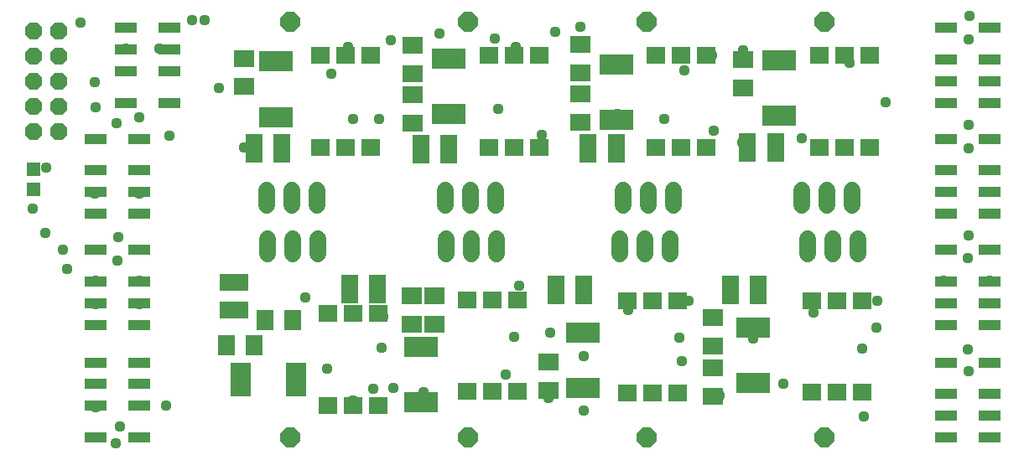
<source format=gts>
G75*
%MOIN*%
%OFA0B0*%
%FSLAX25Y25*%
%IPPOS*%
%LPD*%
%AMOC8*
5,1,8,0,0,1.08239X$1,22.5*
%
%ADD10R,0.07808X0.06784*%
%ADD11C,0.06737*%
%ADD12R,0.07099X0.11430*%
%ADD13R,0.13398X0.07887*%
%ADD14R,0.11430X0.07099*%
%ADD15R,0.07898X0.07099*%
%ADD16R,0.07887X0.13398*%
%ADD17R,0.07099X0.07898*%
%ADD18OC8,0.07709*%
%ADD19OC8,0.06800*%
%ADD20R,0.05524X0.05524*%
%ADD21R,0.08674X0.03950*%
%ADD22C,0.04369*%
D10*
X0125047Y0029523D03*
X0135047Y0029523D03*
X0145047Y0029523D03*
X0180441Y0035035D03*
X0190441Y0035035D03*
X0200441Y0035035D03*
X0244102Y0034641D03*
X0254102Y0034641D03*
X0264102Y0034641D03*
X0317409Y0034760D03*
X0327409Y0034760D03*
X0337409Y0034760D03*
X0337409Y0071334D03*
X0327409Y0071334D03*
X0317409Y0071334D03*
X0264102Y0071216D03*
X0254102Y0071216D03*
X0244102Y0071216D03*
X0200441Y0071610D03*
X0190441Y0071610D03*
X0180441Y0071610D03*
X0145047Y0066098D03*
X0135047Y0066098D03*
X0125047Y0066098D03*
X0122016Y0132240D03*
X0132016Y0132240D03*
X0142016Y0132240D03*
X0189063Y0132240D03*
X0199063Y0132240D03*
X0209063Y0132240D03*
X0255323Y0132240D03*
X0265323Y0132240D03*
X0275323Y0132240D03*
X0320402Y0132240D03*
X0330402Y0132240D03*
X0340402Y0132240D03*
X0340402Y0168815D03*
X0330402Y0168815D03*
X0320402Y0168815D03*
X0275323Y0168815D03*
X0265323Y0168815D03*
X0255323Y0168815D03*
X0209063Y0168815D03*
X0199063Y0168815D03*
X0189063Y0168815D03*
X0142016Y0168815D03*
X0132016Y0168815D03*
X0122016Y0168815D03*
D11*
X0120756Y0115189D02*
X0120756Y0109252D01*
X0110756Y0109252D02*
X0110756Y0115189D01*
X0100756Y0115189D02*
X0100756Y0109252D01*
X0101150Y0095897D02*
X0101150Y0089960D01*
X0111150Y0089960D02*
X0111150Y0095897D01*
X0121150Y0095897D02*
X0121150Y0089960D01*
X0172016Y0089960D02*
X0172016Y0095897D01*
X0182016Y0095897D02*
X0182016Y0089960D01*
X0192016Y0089960D02*
X0192016Y0095897D01*
X0191622Y0109252D02*
X0191622Y0115189D01*
X0181622Y0115189D02*
X0181622Y0109252D01*
X0171622Y0109252D02*
X0171622Y0115189D01*
X0240913Y0095897D02*
X0240913Y0089960D01*
X0250913Y0089960D02*
X0250913Y0095897D01*
X0260913Y0095897D02*
X0260913Y0089960D01*
X0262488Y0109252D02*
X0262488Y0115189D01*
X0252488Y0115189D02*
X0252488Y0109252D01*
X0242488Y0109252D02*
X0242488Y0115189D01*
X0313354Y0115189D02*
X0313354Y0109252D01*
X0323354Y0109252D02*
X0323354Y0115189D01*
X0333354Y0115189D02*
X0333354Y0109252D01*
X0335717Y0095897D02*
X0335717Y0089960D01*
X0325717Y0089960D02*
X0325717Y0095897D01*
X0315717Y0095897D02*
X0315717Y0089960D01*
D12*
X0295953Y0075449D03*
X0284929Y0075449D03*
X0226622Y0075449D03*
X0215598Y0075449D03*
X0144811Y0075764D03*
X0133787Y0075764D03*
X0106780Y0131748D03*
X0095756Y0131748D03*
X0161937Y0131354D03*
X0172961Y0131354D03*
X0228551Y0131748D03*
X0239575Y0131748D03*
X0291898Y0132141D03*
X0302921Y0132141D03*
D13*
X0304457Y0144701D03*
X0304457Y0166748D03*
X0239890Y0165173D03*
X0239890Y0143126D03*
X0172961Y0145488D03*
X0172961Y0167535D03*
X0104457Y0166354D03*
X0104457Y0144307D03*
X0226504Y0058480D03*
X0226504Y0036433D03*
X0162213Y0030764D03*
X0162213Y0052811D03*
X0294220Y0060449D03*
X0294220Y0038401D03*
D14*
X0087882Y0067378D03*
X0087882Y0078401D03*
D15*
X0158394Y0073134D03*
X0167449Y0073134D03*
X0167449Y0061937D03*
X0158394Y0061937D03*
X0212724Y0046756D03*
X0212724Y0035559D03*
X0278079Y0033197D03*
X0278079Y0044393D03*
X0278079Y0053275D03*
X0278079Y0064472D03*
X0225323Y0142252D03*
X0225323Y0153449D03*
X0225323Y0161937D03*
X0225323Y0173134D03*
X0158787Y0172740D03*
X0158787Y0161543D03*
X0158787Y0153055D03*
X0158787Y0141858D03*
X0091858Y0156425D03*
X0091858Y0167622D03*
X0290087Y0167130D03*
X0290087Y0155933D03*
D16*
X0112331Y0039976D03*
X0090283Y0039976D03*
D17*
X0084685Y0053362D03*
X0095882Y0053362D03*
X0100039Y0063598D03*
X0111236Y0063598D03*
D18*
X0109969Y0016748D03*
X0180835Y0016748D03*
X0251701Y0016748D03*
X0322567Y0016748D03*
X0322567Y0182102D03*
X0251701Y0182102D03*
X0180835Y0182102D03*
X0109969Y0182102D03*
D19*
X0018118Y0178480D03*
X0008118Y0178480D03*
X0008118Y0168480D03*
X0018118Y0168480D03*
X0018118Y0158480D03*
X0008118Y0158480D03*
X0008118Y0148480D03*
X0018118Y0148480D03*
X0018118Y0138480D03*
X0008118Y0138480D03*
D20*
X0008000Y0123638D03*
X0008000Y0115370D03*
D21*
X0032803Y0016748D03*
X0050126Y0016748D03*
X0050126Y0029346D03*
X0050126Y0038008D03*
X0050126Y0046669D03*
X0032803Y0046669D03*
X0032803Y0038008D03*
X0032803Y0029346D03*
X0032803Y0061630D03*
X0032803Y0070291D03*
X0032803Y0078952D03*
X0050126Y0078952D03*
X0050126Y0070291D03*
X0050126Y0061630D03*
X0050126Y0091551D03*
X0032803Y0091551D03*
X0032803Y0105724D03*
X0050126Y0105724D03*
X0050126Y0114386D03*
X0050126Y0123047D03*
X0032803Y0123047D03*
X0032803Y0114386D03*
X0032803Y0135645D03*
X0050126Y0135645D03*
X0044614Y0149819D03*
X0061937Y0149819D03*
X0061937Y0162417D03*
X0044614Y0162417D03*
X0044614Y0171078D03*
X0044614Y0179740D03*
X0061937Y0179740D03*
X0061937Y0171078D03*
X0370598Y0167141D03*
X0387921Y0167141D03*
X0387921Y0158480D03*
X0387921Y0149819D03*
X0370598Y0149819D03*
X0370598Y0158480D03*
X0370598Y0179740D03*
X0387921Y0179740D03*
X0387921Y0135645D03*
X0370598Y0135645D03*
X0370598Y0123047D03*
X0370598Y0114386D03*
X0387921Y0114386D03*
X0387921Y0123047D03*
X0387921Y0105724D03*
X0370598Y0105724D03*
X0370598Y0091551D03*
X0387921Y0091551D03*
X0387921Y0078952D03*
X0387921Y0070291D03*
X0387921Y0061630D03*
X0370598Y0061630D03*
X0370598Y0070291D03*
X0370598Y0078952D03*
X0370598Y0046669D03*
X0387921Y0046669D03*
X0387921Y0034071D03*
X0387921Y0025409D03*
X0387921Y0016748D03*
X0370598Y0016748D03*
X0370598Y0025409D03*
X0370598Y0034071D03*
D22*
X0370205Y0034071D03*
X0370205Y0025409D03*
X0387921Y0025409D03*
X0387921Y0034071D03*
X0379654Y0043126D03*
X0379260Y0051787D03*
X0388512Y0070291D03*
X0388118Y0079149D03*
X0379260Y0088008D03*
X0379654Y0097063D03*
X0387921Y0114386D03*
X0387921Y0123047D03*
X0379654Y0131708D03*
X0370598Y0123047D03*
X0370598Y0114386D03*
X0379654Y0141157D03*
X0388118Y0158382D03*
X0388118Y0167240D03*
X0379654Y0175015D03*
X0380047Y0184464D03*
X0369614Y0167240D03*
X0370402Y0158382D03*
X0346780Y0150015D03*
X0332409Y0165960D03*
X0341858Y0168716D03*
X0306819Y0145094D03*
X0313315Y0135744D03*
X0303276Y0133874D03*
X0289693Y0134267D03*
X0278374Y0138697D03*
X0258689Y0143618D03*
X0239988Y0145586D03*
X0225224Y0153460D03*
X0209161Y0168716D03*
X0199634Y0172161D03*
X0191465Y0175409D03*
X0169417Y0177378D03*
X0149929Y0174819D03*
X0142646Y0168323D03*
X0133197Y0172161D03*
X0126504Y0161630D03*
X0135165Y0143618D03*
X0145500Y0143618D03*
X0158787Y0153460D03*
X0171583Y0145586D03*
X0192744Y0147555D03*
X0209969Y0137220D03*
X0239496Y0131807D03*
X0266661Y0162811D03*
X0277685Y0168716D03*
X0290185Y0170685D03*
X0225323Y0180134D03*
X0215382Y0178067D03*
X0104654Y0144110D03*
X0091858Y0132299D03*
X0061937Y0136827D03*
X0050126Y0144307D03*
X0041071Y0141945D03*
X0032803Y0148244D03*
X0032409Y0158086D03*
X0044614Y0162417D03*
X0061937Y0162417D03*
X0058000Y0171472D03*
X0044614Y0171472D03*
X0026898Y0181708D03*
X0070992Y0182889D03*
X0076110Y0182889D03*
X0081622Y0155724D03*
X0050126Y0123047D03*
X0050126Y0113992D03*
X0032409Y0113992D03*
X0032409Y0123047D03*
X0013118Y0124228D03*
X0008000Y0115173D03*
X0007606Y0107693D03*
X0012724Y0098244D03*
X0019811Y0091551D03*
X0021386Y0083677D03*
X0032803Y0079149D03*
X0032803Y0069799D03*
X0050028Y0069799D03*
X0050028Y0079149D03*
X0041465Y0087220D03*
X0041858Y0096669D03*
X0111051Y0063401D03*
X0115972Y0072653D03*
X0146976Y0064878D03*
X0167646Y0074228D03*
X0201110Y0077279D03*
X0215382Y0072260D03*
X0213413Y0058480D03*
X0199142Y0057004D03*
X0226701Y0049130D03*
X0195697Y0041748D03*
X0212724Y0032496D03*
X0226701Y0027476D03*
X0265579Y0047161D03*
X0264693Y0056512D03*
X0244417Y0067338D03*
X0268531Y0071275D03*
X0294122Y0056019D03*
X0318236Y0066354D03*
X0343039Y0060449D03*
X0337528Y0052181D03*
X0305933Y0038303D03*
X0280835Y0033382D03*
X0337921Y0025015D03*
X0370008Y0070291D03*
X0369614Y0079149D03*
X0343335Y0071275D03*
X0163217Y0034858D03*
X0150913Y0036433D03*
X0143039Y0036039D03*
X0135165Y0031413D03*
X0124831Y0044208D03*
X0146484Y0052575D03*
X0162213Y0052594D03*
X0162232Y0052575D03*
X0090382Y0042043D03*
X0060657Y0029346D03*
X0050028Y0038303D03*
X0032803Y0038303D03*
X0032803Y0028952D03*
X0042252Y0021078D03*
X0040677Y0014386D03*
M02*

</source>
